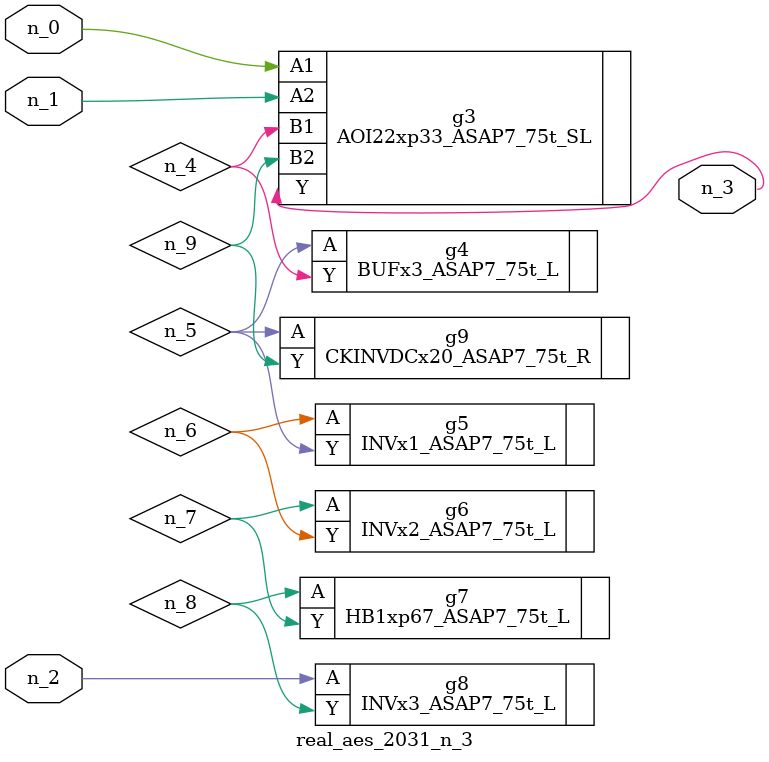
<source format=v>
module real_aes_2031_n_3 (n_0, n_2, n_1, n_3);
input n_0;
input n_2;
input n_1;
output n_3;
wire n_4;
wire n_5;
wire n_7;
wire n_9;
wire n_6;
wire n_8;
AOI22xp33_ASAP7_75t_SL g3 ( .A1(n_0), .A2(n_1), .B1(n_4), .B2(n_9), .Y(n_3) );
INVx3_ASAP7_75t_L g8 ( .A(n_2), .Y(n_8) );
BUFx3_ASAP7_75t_L g4 ( .A(n_5), .Y(n_4) );
CKINVDCx20_ASAP7_75t_R g9 ( .A(n_5), .Y(n_9) );
INVx1_ASAP7_75t_L g5 ( .A(n_6), .Y(n_5) );
INVx2_ASAP7_75t_L g6 ( .A(n_7), .Y(n_6) );
HB1xp67_ASAP7_75t_L g7 ( .A(n_8), .Y(n_7) );
endmodule
</source>
